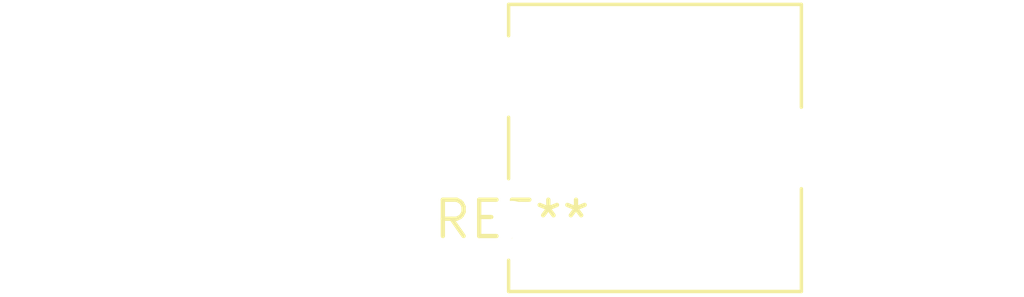
<source format=kicad_pcb>
(kicad_pcb (version 20240108) (generator pcbnew)
  (layers (0 "F.Cu" signal) (31 "B.Cu" signal) (34 "B.Paste" user) (35 "F.Paste" user) (36 "B.SilkS" user "B.Silkscreen") (37 "F.SilkS" user "F.Silkscreen") (38 "B.Mask" user) (39 "F.Mask" user) (44 "Edge.Cuts" user))
  (net 0 "")
  (footprint "Potentiometer_ACP_CA9-V10_Vertical" (layer "F.Cu") (at 0 0)
    (property "Reference" "REF**")
    (property "Value" "Potentiometer_ACP_CA9-V10_Vertical")
    (fp_line (start -0.12 -7.521) (end -0.12 -6.426) (layer "F.SilkS") (stroke (width 0.12)))
    (fp_line (start -0.12 -7.521) (end 10.12 -7.521) (layer "F.SilkS") (stroke (width 0.12)))
    (fp_line (start -0.12 -3.574) (end -0.12 -1.425) (layer "F.SilkS") (stroke (width 0.12)))
    (fp_line (start -0.12 1.425) (end -0.12 2.52) (layer "F.SilkS") (stroke (width 0.12)))
    (fp_line (start -0.12 2.52) (end 10.12 2.52) (layer "F.SilkS") (stroke (width 0.12)))
    (fp_line (start 10.12 -7.521) (end 10.12 -3.925) (layer "F.SilkS") (stroke (width 0.12)))
    (fp_line (start 10.12 -1.075) (end 10.12 2.52) (layer "F.SilkS") (stroke (width 0.12)))
    (pad "1" thru_hole circle (at 0 0) (size 2.34 2.34) (drill 1.3) (layers *.Cu *.Mask) (remove_unused_layers))
    (pad "2" thru_hole circle (at 10 -2.5) (size 2.34 2.34) (drill 1.3) (layers *.Cu *.Mask) (remove_unused_layers))
    (pad "3" thru_hole circle (at 0 -5) (size 2.34 2.34) (drill 1.3) (layers *.Cu *.Mask) (remove_unused_layers))
  )
)
</source>
